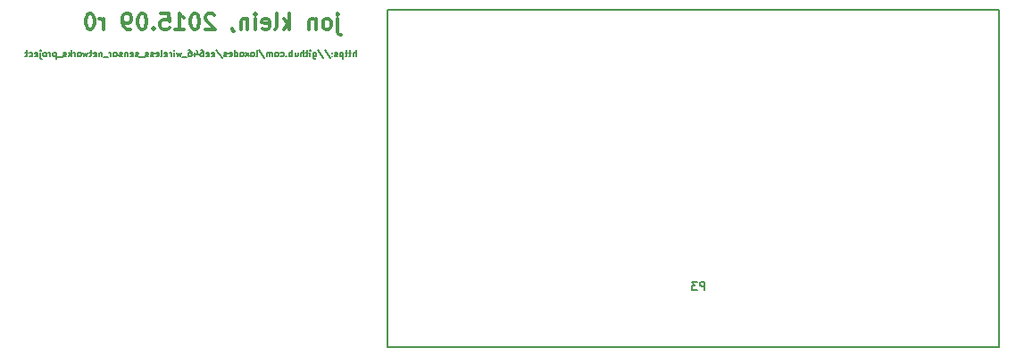
<source format=gbr>
G04 #@! TF.FileFunction,Legend,Bot*
%FSLAX46Y46*%
G04 Gerber Fmt 4.6, Leading zero omitted, Abs format (unit mm)*
G04 Created by KiCad (PCBNEW (2015-09-03 BZR 6154, Git 4636d8d)-product) date Tue Sep 15 00:06:25 2015*
%MOMM*%
G01*
G04 APERTURE LIST*
%ADD10C,0.100000*%
%ADD11C,0.150000*%
%ADD12C,0.300000*%
G04 APERTURE END LIST*
D10*
D11*
X129642856Y-90271429D02*
X129642856Y-89671429D01*
X129385713Y-90271429D02*
X129385713Y-89957143D01*
X129414284Y-89900000D01*
X129471427Y-89871429D01*
X129557142Y-89871429D01*
X129614284Y-89900000D01*
X129642856Y-89928571D01*
X129185713Y-89871429D02*
X128957142Y-89871429D01*
X129099999Y-89671429D02*
X129099999Y-90185714D01*
X129071427Y-90242857D01*
X129014285Y-90271429D01*
X128957142Y-90271429D01*
X128842856Y-89871429D02*
X128614285Y-89871429D01*
X128757142Y-89671429D02*
X128757142Y-90185714D01*
X128728570Y-90242857D01*
X128671428Y-90271429D01*
X128614285Y-90271429D01*
X128414285Y-89871429D02*
X128414285Y-90471429D01*
X128414285Y-89900000D02*
X128357142Y-89871429D01*
X128242856Y-89871429D01*
X128185713Y-89900000D01*
X128157142Y-89928571D01*
X128128571Y-89985714D01*
X128128571Y-90157143D01*
X128157142Y-90214286D01*
X128185713Y-90242857D01*
X128242856Y-90271429D01*
X128357142Y-90271429D01*
X128414285Y-90242857D01*
X127899999Y-90242857D02*
X127842856Y-90271429D01*
X127728571Y-90271429D01*
X127671428Y-90242857D01*
X127642856Y-90185714D01*
X127642856Y-90157143D01*
X127671428Y-90100000D01*
X127728571Y-90071429D01*
X127814285Y-90071429D01*
X127871428Y-90042857D01*
X127899999Y-89985714D01*
X127899999Y-89957143D01*
X127871428Y-89900000D01*
X127814285Y-89871429D01*
X127728571Y-89871429D01*
X127671428Y-89900000D01*
X127385714Y-90214286D02*
X127357142Y-90242857D01*
X127385714Y-90271429D01*
X127414285Y-90242857D01*
X127385714Y-90214286D01*
X127385714Y-90271429D01*
X127385714Y-89900000D02*
X127357142Y-89928571D01*
X127385714Y-89957143D01*
X127414285Y-89928571D01*
X127385714Y-89900000D01*
X127385714Y-89957143D01*
X126671428Y-89642857D02*
X127185714Y-90414286D01*
X126042857Y-89642857D02*
X126557143Y-90414286D01*
X125585715Y-89871429D02*
X125585715Y-90357143D01*
X125614286Y-90414286D01*
X125642858Y-90442857D01*
X125700001Y-90471429D01*
X125785715Y-90471429D01*
X125842858Y-90442857D01*
X125585715Y-90242857D02*
X125642858Y-90271429D01*
X125757144Y-90271429D01*
X125814286Y-90242857D01*
X125842858Y-90214286D01*
X125871429Y-90157143D01*
X125871429Y-89985714D01*
X125842858Y-89928571D01*
X125814286Y-89900000D01*
X125757144Y-89871429D01*
X125642858Y-89871429D01*
X125585715Y-89900000D01*
X125300001Y-90271429D02*
X125300001Y-89871429D01*
X125300001Y-89671429D02*
X125328572Y-89700000D01*
X125300001Y-89728571D01*
X125271429Y-89700000D01*
X125300001Y-89671429D01*
X125300001Y-89728571D01*
X125100001Y-89871429D02*
X124871430Y-89871429D01*
X125014287Y-89671429D02*
X125014287Y-90185714D01*
X124985715Y-90242857D01*
X124928573Y-90271429D01*
X124871430Y-90271429D01*
X124671430Y-90271429D02*
X124671430Y-89671429D01*
X124414287Y-90271429D02*
X124414287Y-89957143D01*
X124442858Y-89900000D01*
X124500001Y-89871429D01*
X124585716Y-89871429D01*
X124642858Y-89900000D01*
X124671430Y-89928571D01*
X123871430Y-89871429D02*
X123871430Y-90271429D01*
X124128573Y-89871429D02*
X124128573Y-90185714D01*
X124100001Y-90242857D01*
X124042859Y-90271429D01*
X123957144Y-90271429D01*
X123900001Y-90242857D01*
X123871430Y-90214286D01*
X123585716Y-90271429D02*
X123585716Y-89671429D01*
X123585716Y-89900000D02*
X123528573Y-89871429D01*
X123414287Y-89871429D01*
X123357144Y-89900000D01*
X123328573Y-89928571D01*
X123300002Y-89985714D01*
X123300002Y-90157143D01*
X123328573Y-90214286D01*
X123357144Y-90242857D01*
X123414287Y-90271429D01*
X123528573Y-90271429D01*
X123585716Y-90242857D01*
X123042859Y-90214286D02*
X123014287Y-90242857D01*
X123042859Y-90271429D01*
X123071430Y-90242857D01*
X123042859Y-90214286D01*
X123042859Y-90271429D01*
X122500002Y-90242857D02*
X122557145Y-90271429D01*
X122671431Y-90271429D01*
X122728573Y-90242857D01*
X122757145Y-90214286D01*
X122785716Y-90157143D01*
X122785716Y-89985714D01*
X122757145Y-89928571D01*
X122728573Y-89900000D01*
X122671431Y-89871429D01*
X122557145Y-89871429D01*
X122500002Y-89900000D01*
X122157145Y-90271429D02*
X122214287Y-90242857D01*
X122242859Y-90214286D01*
X122271430Y-90157143D01*
X122271430Y-89985714D01*
X122242859Y-89928571D01*
X122214287Y-89900000D01*
X122157145Y-89871429D01*
X122071430Y-89871429D01*
X122014287Y-89900000D01*
X121985716Y-89928571D01*
X121957145Y-89985714D01*
X121957145Y-90157143D01*
X121985716Y-90214286D01*
X122014287Y-90242857D01*
X122071430Y-90271429D01*
X122157145Y-90271429D01*
X121700002Y-90271429D02*
X121700002Y-89871429D01*
X121700002Y-89928571D02*
X121671430Y-89900000D01*
X121614288Y-89871429D01*
X121528573Y-89871429D01*
X121471430Y-89900000D01*
X121442859Y-89957143D01*
X121442859Y-90271429D01*
X121442859Y-89957143D02*
X121414288Y-89900000D01*
X121357145Y-89871429D01*
X121271430Y-89871429D01*
X121214288Y-89900000D01*
X121185716Y-89957143D01*
X121185716Y-90271429D01*
X120471430Y-89642857D02*
X120985716Y-90414286D01*
X120185717Y-90271429D02*
X120242859Y-90242857D01*
X120271431Y-90185714D01*
X120271431Y-89671429D01*
X119871431Y-90271429D02*
X119928573Y-90242857D01*
X119957145Y-90214286D01*
X119985716Y-90157143D01*
X119985716Y-89985714D01*
X119957145Y-89928571D01*
X119928573Y-89900000D01*
X119871431Y-89871429D01*
X119785716Y-89871429D01*
X119728573Y-89900000D01*
X119700002Y-89928571D01*
X119671431Y-89985714D01*
X119671431Y-90157143D01*
X119700002Y-90214286D01*
X119728573Y-90242857D01*
X119785716Y-90271429D01*
X119871431Y-90271429D01*
X119471431Y-90271429D02*
X119157145Y-89871429D01*
X119471431Y-89871429D02*
X119157145Y-90271429D01*
X118842860Y-90271429D02*
X118900002Y-90242857D01*
X118928574Y-90214286D01*
X118957145Y-90157143D01*
X118957145Y-89985714D01*
X118928574Y-89928571D01*
X118900002Y-89900000D01*
X118842860Y-89871429D01*
X118757145Y-89871429D01*
X118700002Y-89900000D01*
X118671431Y-89928571D01*
X118642860Y-89985714D01*
X118642860Y-90157143D01*
X118671431Y-90214286D01*
X118700002Y-90242857D01*
X118757145Y-90271429D01*
X118842860Y-90271429D01*
X118128574Y-90271429D02*
X118128574Y-89671429D01*
X118128574Y-90242857D02*
X118185717Y-90271429D01*
X118300003Y-90271429D01*
X118357145Y-90242857D01*
X118385717Y-90214286D01*
X118414288Y-90157143D01*
X118414288Y-89985714D01*
X118385717Y-89928571D01*
X118357145Y-89900000D01*
X118300003Y-89871429D01*
X118185717Y-89871429D01*
X118128574Y-89900000D01*
X117614288Y-90242857D02*
X117671431Y-90271429D01*
X117785717Y-90271429D01*
X117842860Y-90242857D01*
X117871431Y-90185714D01*
X117871431Y-89957143D01*
X117842860Y-89900000D01*
X117785717Y-89871429D01*
X117671431Y-89871429D01*
X117614288Y-89900000D01*
X117585717Y-89957143D01*
X117585717Y-90014286D01*
X117871431Y-90071429D01*
X117357145Y-90242857D02*
X117300002Y-90271429D01*
X117185717Y-90271429D01*
X117128574Y-90242857D01*
X117100002Y-90185714D01*
X117100002Y-90157143D01*
X117128574Y-90100000D01*
X117185717Y-90071429D01*
X117271431Y-90071429D01*
X117328574Y-90042857D01*
X117357145Y-89985714D01*
X117357145Y-89957143D01*
X117328574Y-89900000D01*
X117271431Y-89871429D01*
X117185717Y-89871429D01*
X117128574Y-89900000D01*
X116414288Y-89642857D02*
X116928574Y-90414286D01*
X115985717Y-90242857D02*
X116042860Y-90271429D01*
X116157146Y-90271429D01*
X116214289Y-90242857D01*
X116242860Y-90185714D01*
X116242860Y-89957143D01*
X116214289Y-89900000D01*
X116157146Y-89871429D01*
X116042860Y-89871429D01*
X115985717Y-89900000D01*
X115957146Y-89957143D01*
X115957146Y-90014286D01*
X116242860Y-90071429D01*
X115471431Y-90242857D02*
X115528574Y-90271429D01*
X115642860Y-90271429D01*
X115700003Y-90242857D01*
X115728574Y-90185714D01*
X115728574Y-89957143D01*
X115700003Y-89900000D01*
X115642860Y-89871429D01*
X115528574Y-89871429D01*
X115471431Y-89900000D01*
X115442860Y-89957143D01*
X115442860Y-90014286D01*
X115728574Y-90071429D01*
X114928574Y-89671429D02*
X115042860Y-89671429D01*
X115100003Y-89700000D01*
X115128574Y-89728571D01*
X115185717Y-89814286D01*
X115214288Y-89928571D01*
X115214288Y-90157143D01*
X115185717Y-90214286D01*
X115157145Y-90242857D01*
X115100003Y-90271429D01*
X114985717Y-90271429D01*
X114928574Y-90242857D01*
X114900003Y-90214286D01*
X114871431Y-90157143D01*
X114871431Y-90014286D01*
X114900003Y-89957143D01*
X114928574Y-89928571D01*
X114985717Y-89900000D01*
X115100003Y-89900000D01*
X115157145Y-89928571D01*
X115185717Y-89957143D01*
X115214288Y-90014286D01*
X114357145Y-89871429D02*
X114357145Y-90271429D01*
X114500002Y-89642857D02*
X114642859Y-90071429D01*
X114271431Y-90071429D01*
X113785716Y-89671429D02*
X113900002Y-89671429D01*
X113957145Y-89700000D01*
X113985716Y-89728571D01*
X114042859Y-89814286D01*
X114071430Y-89928571D01*
X114071430Y-90157143D01*
X114042859Y-90214286D01*
X114014287Y-90242857D01*
X113957145Y-90271429D01*
X113842859Y-90271429D01*
X113785716Y-90242857D01*
X113757145Y-90214286D01*
X113728573Y-90157143D01*
X113728573Y-90014286D01*
X113757145Y-89957143D01*
X113785716Y-89928571D01*
X113842859Y-89900000D01*
X113957145Y-89900000D01*
X114014287Y-89928571D01*
X114042859Y-89957143D01*
X114071430Y-90014286D01*
X113614287Y-90328571D02*
X113157144Y-90328571D01*
X113071430Y-89871429D02*
X112957144Y-90271429D01*
X112842858Y-89985714D01*
X112728573Y-90271429D01*
X112614287Y-89871429D01*
X112385716Y-90271429D02*
X112385716Y-89871429D01*
X112385716Y-89671429D02*
X112414287Y-89700000D01*
X112385716Y-89728571D01*
X112357144Y-89700000D01*
X112385716Y-89671429D01*
X112385716Y-89728571D01*
X112100002Y-90271429D02*
X112100002Y-89871429D01*
X112100002Y-89985714D02*
X112071430Y-89928571D01*
X112042859Y-89900000D01*
X111985716Y-89871429D01*
X111928573Y-89871429D01*
X111500001Y-90242857D02*
X111557144Y-90271429D01*
X111671430Y-90271429D01*
X111728573Y-90242857D01*
X111757144Y-90185714D01*
X111757144Y-89957143D01*
X111728573Y-89900000D01*
X111671430Y-89871429D01*
X111557144Y-89871429D01*
X111500001Y-89900000D01*
X111471430Y-89957143D01*
X111471430Y-90014286D01*
X111757144Y-90071429D01*
X111128573Y-90271429D02*
X111185715Y-90242857D01*
X111214287Y-90185714D01*
X111214287Y-89671429D01*
X110671429Y-90242857D02*
X110728572Y-90271429D01*
X110842858Y-90271429D01*
X110900001Y-90242857D01*
X110928572Y-90185714D01*
X110928572Y-89957143D01*
X110900001Y-89900000D01*
X110842858Y-89871429D01*
X110728572Y-89871429D01*
X110671429Y-89900000D01*
X110642858Y-89957143D01*
X110642858Y-90014286D01*
X110928572Y-90071429D01*
X110414286Y-90242857D02*
X110357143Y-90271429D01*
X110242858Y-90271429D01*
X110185715Y-90242857D01*
X110157143Y-90185714D01*
X110157143Y-90157143D01*
X110185715Y-90100000D01*
X110242858Y-90071429D01*
X110328572Y-90071429D01*
X110385715Y-90042857D01*
X110414286Y-89985714D01*
X110414286Y-89957143D01*
X110385715Y-89900000D01*
X110328572Y-89871429D01*
X110242858Y-89871429D01*
X110185715Y-89900000D01*
X109928572Y-90242857D02*
X109871429Y-90271429D01*
X109757144Y-90271429D01*
X109700001Y-90242857D01*
X109671429Y-90185714D01*
X109671429Y-90157143D01*
X109700001Y-90100000D01*
X109757144Y-90071429D01*
X109842858Y-90071429D01*
X109900001Y-90042857D01*
X109928572Y-89985714D01*
X109928572Y-89957143D01*
X109900001Y-89900000D01*
X109842858Y-89871429D01*
X109757144Y-89871429D01*
X109700001Y-89900000D01*
X109557144Y-90328571D02*
X109100001Y-90328571D01*
X108985715Y-90242857D02*
X108928572Y-90271429D01*
X108814287Y-90271429D01*
X108757144Y-90242857D01*
X108728572Y-90185714D01*
X108728572Y-90157143D01*
X108757144Y-90100000D01*
X108814287Y-90071429D01*
X108900001Y-90071429D01*
X108957144Y-90042857D01*
X108985715Y-89985714D01*
X108985715Y-89957143D01*
X108957144Y-89900000D01*
X108900001Y-89871429D01*
X108814287Y-89871429D01*
X108757144Y-89900000D01*
X108242858Y-90242857D02*
X108300001Y-90271429D01*
X108414287Y-90271429D01*
X108471430Y-90242857D01*
X108500001Y-90185714D01*
X108500001Y-89957143D01*
X108471430Y-89900000D01*
X108414287Y-89871429D01*
X108300001Y-89871429D01*
X108242858Y-89900000D01*
X108214287Y-89957143D01*
X108214287Y-90014286D01*
X108500001Y-90071429D01*
X107957144Y-89871429D02*
X107957144Y-90271429D01*
X107957144Y-89928571D02*
X107928572Y-89900000D01*
X107871430Y-89871429D01*
X107785715Y-89871429D01*
X107728572Y-89900000D01*
X107700001Y-89957143D01*
X107700001Y-90271429D01*
X107442858Y-90242857D02*
X107385715Y-90271429D01*
X107271430Y-90271429D01*
X107214287Y-90242857D01*
X107185715Y-90185714D01*
X107185715Y-90157143D01*
X107214287Y-90100000D01*
X107271430Y-90071429D01*
X107357144Y-90071429D01*
X107414287Y-90042857D01*
X107442858Y-89985714D01*
X107442858Y-89957143D01*
X107414287Y-89900000D01*
X107357144Y-89871429D01*
X107271430Y-89871429D01*
X107214287Y-89900000D01*
X106842859Y-90271429D02*
X106900001Y-90242857D01*
X106928573Y-90214286D01*
X106957144Y-90157143D01*
X106957144Y-89985714D01*
X106928573Y-89928571D01*
X106900001Y-89900000D01*
X106842859Y-89871429D01*
X106757144Y-89871429D01*
X106700001Y-89900000D01*
X106671430Y-89928571D01*
X106642859Y-89985714D01*
X106642859Y-90157143D01*
X106671430Y-90214286D01*
X106700001Y-90242857D01*
X106757144Y-90271429D01*
X106842859Y-90271429D01*
X106385716Y-90271429D02*
X106385716Y-89871429D01*
X106385716Y-89985714D02*
X106357144Y-89928571D01*
X106328573Y-89900000D01*
X106271430Y-89871429D01*
X106214287Y-89871429D01*
X106157144Y-90328571D02*
X105700001Y-90328571D01*
X105557144Y-89871429D02*
X105557144Y-90271429D01*
X105557144Y-89928571D02*
X105528572Y-89900000D01*
X105471430Y-89871429D01*
X105385715Y-89871429D01*
X105328572Y-89900000D01*
X105300001Y-89957143D01*
X105300001Y-90271429D01*
X104785715Y-90242857D02*
X104842858Y-90271429D01*
X104957144Y-90271429D01*
X105014287Y-90242857D01*
X105042858Y-90185714D01*
X105042858Y-89957143D01*
X105014287Y-89900000D01*
X104957144Y-89871429D01*
X104842858Y-89871429D01*
X104785715Y-89900000D01*
X104757144Y-89957143D01*
X104757144Y-90014286D01*
X105042858Y-90071429D01*
X104585715Y-89871429D02*
X104357144Y-89871429D01*
X104500001Y-89671429D02*
X104500001Y-90185714D01*
X104471429Y-90242857D01*
X104414287Y-90271429D01*
X104357144Y-90271429D01*
X104214287Y-89871429D02*
X104100001Y-90271429D01*
X103985715Y-89985714D01*
X103871430Y-90271429D01*
X103757144Y-89871429D01*
X103442859Y-90271429D02*
X103500001Y-90242857D01*
X103528573Y-90214286D01*
X103557144Y-90157143D01*
X103557144Y-89985714D01*
X103528573Y-89928571D01*
X103500001Y-89900000D01*
X103442859Y-89871429D01*
X103357144Y-89871429D01*
X103300001Y-89900000D01*
X103271430Y-89928571D01*
X103242859Y-89985714D01*
X103242859Y-90157143D01*
X103271430Y-90214286D01*
X103300001Y-90242857D01*
X103357144Y-90271429D01*
X103442859Y-90271429D01*
X102985716Y-90271429D02*
X102985716Y-89871429D01*
X102985716Y-89985714D02*
X102957144Y-89928571D01*
X102928573Y-89900000D01*
X102871430Y-89871429D01*
X102814287Y-89871429D01*
X102614287Y-90271429D02*
X102614287Y-89671429D01*
X102557144Y-90042857D02*
X102385715Y-90271429D01*
X102385715Y-89871429D02*
X102614287Y-90100000D01*
X102157144Y-90242857D02*
X102100001Y-90271429D01*
X101985716Y-90271429D01*
X101928573Y-90242857D01*
X101900001Y-90185714D01*
X101900001Y-90157143D01*
X101928573Y-90100000D01*
X101985716Y-90071429D01*
X102071430Y-90071429D01*
X102128573Y-90042857D01*
X102157144Y-89985714D01*
X102157144Y-89957143D01*
X102128573Y-89900000D01*
X102071430Y-89871429D01*
X101985716Y-89871429D01*
X101928573Y-89900000D01*
X101785716Y-90328571D02*
X101328573Y-90328571D01*
X101185716Y-89871429D02*
X101185716Y-90471429D01*
X101185716Y-89900000D02*
X101128573Y-89871429D01*
X101014287Y-89871429D01*
X100957144Y-89900000D01*
X100928573Y-89928571D01*
X100900002Y-89985714D01*
X100900002Y-90157143D01*
X100928573Y-90214286D01*
X100957144Y-90242857D01*
X101014287Y-90271429D01*
X101128573Y-90271429D01*
X101185716Y-90242857D01*
X100642859Y-90271429D02*
X100642859Y-89871429D01*
X100642859Y-89985714D02*
X100614287Y-89928571D01*
X100585716Y-89900000D01*
X100528573Y-89871429D01*
X100471430Y-89871429D01*
X100185716Y-90271429D02*
X100242858Y-90242857D01*
X100271430Y-90214286D01*
X100300001Y-90157143D01*
X100300001Y-89985714D01*
X100271430Y-89928571D01*
X100242858Y-89900000D01*
X100185716Y-89871429D01*
X100100001Y-89871429D01*
X100042858Y-89900000D01*
X100014287Y-89928571D01*
X99985716Y-89985714D01*
X99985716Y-90157143D01*
X100014287Y-90214286D01*
X100042858Y-90242857D01*
X100100001Y-90271429D01*
X100185716Y-90271429D01*
X99728573Y-89871429D02*
X99728573Y-90385714D01*
X99757144Y-90442857D01*
X99814287Y-90471429D01*
X99842859Y-90471429D01*
X99728573Y-89671429D02*
X99757144Y-89700000D01*
X99728573Y-89728571D01*
X99700001Y-89700000D01*
X99728573Y-89671429D01*
X99728573Y-89728571D01*
X99214287Y-90242857D02*
X99271430Y-90271429D01*
X99385716Y-90271429D01*
X99442859Y-90242857D01*
X99471430Y-90185714D01*
X99471430Y-89957143D01*
X99442859Y-89900000D01*
X99385716Y-89871429D01*
X99271430Y-89871429D01*
X99214287Y-89900000D01*
X99185716Y-89957143D01*
X99185716Y-90014286D01*
X99471430Y-90071429D01*
X98671430Y-90242857D02*
X98728573Y-90271429D01*
X98842859Y-90271429D01*
X98900001Y-90242857D01*
X98928573Y-90214286D01*
X98957144Y-90157143D01*
X98957144Y-89985714D01*
X98928573Y-89928571D01*
X98900001Y-89900000D01*
X98842859Y-89871429D01*
X98728573Y-89871429D01*
X98671430Y-89900000D01*
X98500001Y-89871429D02*
X98271430Y-89871429D01*
X98414287Y-89671429D02*
X98414287Y-90185714D01*
X98385715Y-90242857D01*
X98328573Y-90271429D01*
X98271430Y-90271429D01*
D12*
X127928570Y-86678571D02*
X127928570Y-87964286D01*
X127999999Y-88107143D01*
X128142856Y-88178571D01*
X128214284Y-88178571D01*
X127928570Y-86178571D02*
X127999999Y-86250000D01*
X127928570Y-86321429D01*
X127857142Y-86250000D01*
X127928570Y-86178571D01*
X127928570Y-86321429D01*
X126999998Y-87678571D02*
X127142856Y-87607143D01*
X127214284Y-87535714D01*
X127285713Y-87392857D01*
X127285713Y-86964286D01*
X127214284Y-86821429D01*
X127142856Y-86750000D01*
X126999998Y-86678571D01*
X126785713Y-86678571D01*
X126642856Y-86750000D01*
X126571427Y-86821429D01*
X126499998Y-86964286D01*
X126499998Y-87392857D01*
X126571427Y-87535714D01*
X126642856Y-87607143D01*
X126785713Y-87678571D01*
X126999998Y-87678571D01*
X125857141Y-86678571D02*
X125857141Y-87678571D01*
X125857141Y-86821429D02*
X125785713Y-86750000D01*
X125642855Y-86678571D01*
X125428570Y-86678571D01*
X125285713Y-86750000D01*
X125214284Y-86892857D01*
X125214284Y-87678571D01*
X123357141Y-87678571D02*
X123357141Y-86178571D01*
X123214284Y-87107143D02*
X122785713Y-87678571D01*
X122785713Y-86678571D02*
X123357141Y-87250000D01*
X121928569Y-87678571D02*
X122071427Y-87607143D01*
X122142855Y-87464286D01*
X122142855Y-86178571D01*
X120785713Y-87607143D02*
X120928570Y-87678571D01*
X121214284Y-87678571D01*
X121357141Y-87607143D01*
X121428570Y-87464286D01*
X121428570Y-86892857D01*
X121357141Y-86750000D01*
X121214284Y-86678571D01*
X120928570Y-86678571D01*
X120785713Y-86750000D01*
X120714284Y-86892857D01*
X120714284Y-87035714D01*
X121428570Y-87178571D01*
X120071427Y-87678571D02*
X120071427Y-86678571D01*
X120071427Y-86178571D02*
X120142856Y-86250000D01*
X120071427Y-86321429D01*
X119999999Y-86250000D01*
X120071427Y-86178571D01*
X120071427Y-86321429D01*
X119357141Y-86678571D02*
X119357141Y-87678571D01*
X119357141Y-86821429D02*
X119285713Y-86750000D01*
X119142855Y-86678571D01*
X118928570Y-86678571D01*
X118785713Y-86750000D01*
X118714284Y-86892857D01*
X118714284Y-87678571D01*
X117928570Y-87607143D02*
X117928570Y-87678571D01*
X117999998Y-87821429D01*
X118071427Y-87892857D01*
X116214284Y-86321429D02*
X116142855Y-86250000D01*
X115999998Y-86178571D01*
X115642855Y-86178571D01*
X115499998Y-86250000D01*
X115428569Y-86321429D01*
X115357141Y-86464286D01*
X115357141Y-86607143D01*
X115428569Y-86821429D01*
X116285712Y-87678571D01*
X115357141Y-87678571D01*
X114428570Y-86178571D02*
X114285713Y-86178571D01*
X114142856Y-86250000D01*
X114071427Y-86321429D01*
X113999998Y-86464286D01*
X113928570Y-86750000D01*
X113928570Y-87107143D01*
X113999998Y-87392857D01*
X114071427Y-87535714D01*
X114142856Y-87607143D01*
X114285713Y-87678571D01*
X114428570Y-87678571D01*
X114571427Y-87607143D01*
X114642856Y-87535714D01*
X114714284Y-87392857D01*
X114785713Y-87107143D01*
X114785713Y-86750000D01*
X114714284Y-86464286D01*
X114642856Y-86321429D01*
X114571427Y-86250000D01*
X114428570Y-86178571D01*
X112499999Y-87678571D02*
X113357142Y-87678571D01*
X112928570Y-87678571D02*
X112928570Y-86178571D01*
X113071427Y-86392857D01*
X113214285Y-86535714D01*
X113357142Y-86607143D01*
X111142856Y-86178571D02*
X111857142Y-86178571D01*
X111928571Y-86892857D01*
X111857142Y-86821429D01*
X111714285Y-86750000D01*
X111357142Y-86750000D01*
X111214285Y-86821429D01*
X111142856Y-86892857D01*
X111071428Y-87035714D01*
X111071428Y-87392857D01*
X111142856Y-87535714D01*
X111214285Y-87607143D01*
X111357142Y-87678571D01*
X111714285Y-87678571D01*
X111857142Y-87607143D01*
X111928571Y-87535714D01*
X110428571Y-87535714D02*
X110357143Y-87607143D01*
X110428571Y-87678571D01*
X110500000Y-87607143D01*
X110428571Y-87535714D01*
X110428571Y-87678571D01*
X109428571Y-86178571D02*
X109285714Y-86178571D01*
X109142857Y-86250000D01*
X109071428Y-86321429D01*
X108999999Y-86464286D01*
X108928571Y-86750000D01*
X108928571Y-87107143D01*
X108999999Y-87392857D01*
X109071428Y-87535714D01*
X109142857Y-87607143D01*
X109285714Y-87678571D01*
X109428571Y-87678571D01*
X109571428Y-87607143D01*
X109642857Y-87535714D01*
X109714285Y-87392857D01*
X109785714Y-87107143D01*
X109785714Y-86750000D01*
X109714285Y-86464286D01*
X109642857Y-86321429D01*
X109571428Y-86250000D01*
X109428571Y-86178571D01*
X108214286Y-87678571D02*
X107928571Y-87678571D01*
X107785714Y-87607143D01*
X107714286Y-87535714D01*
X107571428Y-87321429D01*
X107500000Y-87035714D01*
X107500000Y-86464286D01*
X107571428Y-86321429D01*
X107642857Y-86250000D01*
X107785714Y-86178571D01*
X108071428Y-86178571D01*
X108214286Y-86250000D01*
X108285714Y-86321429D01*
X108357143Y-86464286D01*
X108357143Y-86821429D01*
X108285714Y-86964286D01*
X108214286Y-87035714D01*
X108071428Y-87107143D01*
X107785714Y-87107143D01*
X107642857Y-87035714D01*
X107571428Y-86964286D01*
X107500000Y-86821429D01*
X105714286Y-87678571D02*
X105714286Y-86678571D01*
X105714286Y-86964286D02*
X105642858Y-86821429D01*
X105571429Y-86750000D01*
X105428572Y-86678571D01*
X105285715Y-86678571D01*
X104500001Y-86178571D02*
X104357144Y-86178571D01*
X104214287Y-86250000D01*
X104142858Y-86321429D01*
X104071429Y-86464286D01*
X104000001Y-86750000D01*
X104000001Y-87107143D01*
X104071429Y-87392857D01*
X104142858Y-87535714D01*
X104214287Y-87607143D01*
X104357144Y-87678571D01*
X104500001Y-87678571D01*
X104642858Y-87607143D01*
X104714287Y-87535714D01*
X104785715Y-87392857D01*
X104857144Y-87107143D01*
X104857144Y-86750000D01*
X104785715Y-86464286D01*
X104714287Y-86321429D01*
X104642858Y-86250000D01*
X104500001Y-86178571D01*
D11*
X189640000Y-117800000D02*
X132640000Y-117800000D01*
X132640000Y-117800000D02*
X132640000Y-89800000D01*
X132640000Y-89800000D02*
X132640000Y-85800000D01*
X132640000Y-85800000D02*
X188640000Y-85800000D01*
X188640000Y-85800000D02*
X190640000Y-85800000D01*
X190640000Y-85800000D02*
X190640000Y-117800000D01*
X190640000Y-117800000D02*
X189640000Y-117800000D01*
X162722476Y-112448905D02*
X162722476Y-111648905D01*
X162417714Y-111648905D01*
X162341523Y-111687000D01*
X162303428Y-111725095D01*
X162265333Y-111801286D01*
X162265333Y-111915571D01*
X162303428Y-111991762D01*
X162341523Y-112029857D01*
X162417714Y-112067952D01*
X162722476Y-112067952D01*
X161998666Y-111648905D02*
X161503428Y-111648905D01*
X161770095Y-111953667D01*
X161655809Y-111953667D01*
X161579619Y-111991762D01*
X161541523Y-112029857D01*
X161503428Y-112106048D01*
X161503428Y-112296524D01*
X161541523Y-112372714D01*
X161579619Y-112410810D01*
X161655809Y-112448905D01*
X161884381Y-112448905D01*
X161960571Y-112410810D01*
X161998666Y-112372714D01*
M02*

</source>
